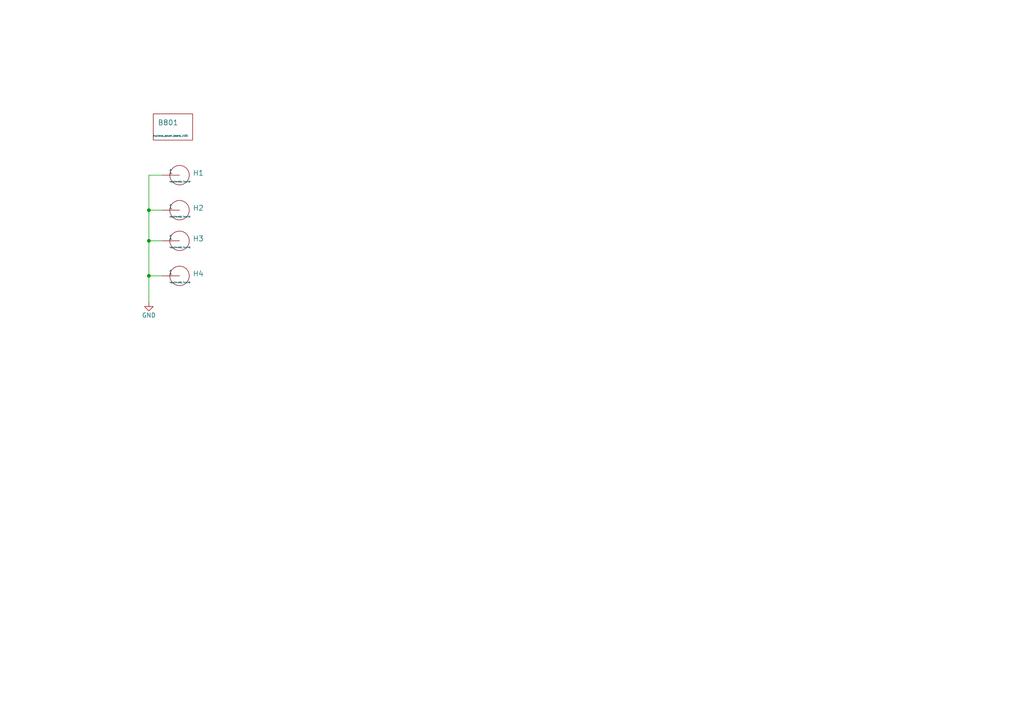
<source format=kicad_sch>
(kicad_sch (version 20211123) (generator eeschema)

  (uuid b9b5007c-7897-4b68-b49b-c8a5f7fee1da)

  (paper "A4")

  (lib_symbols
    (symbol "1005_hole:hole2mm50_7mm40" (pin_numbers hide) (pin_names (offset 0)) (in_bom yes) (on_board yes)
      (property "Reference" "H" (id 0) (at -1.016 2.54 0)
        (effects (font (size 1.5 1.5)))
      )
      (property "Value" "hole2mm50_7mm40" (id 1) (at 0.127 -1.905 0)
        (effects (font (size 0.4 0.4)))
      )
      (property "Footprint" "02_dyn_pcblib:hole2mm50_7mm40" (id 2) (at 0 11.43 0)
        (effects (font (size 1.27 1.27)) hide)
      )
      (property "Datasheet" "~" (id 3) (at 0 0 90)
        (effects (font (size 1.27 1.27)) hide)
      )
      (property "PartNum" "hole2mm50_DNP" (id 4) (at -2.032 9.017 0)
        (effects (font (size 1.27 1.27)) hide)
      )
      (property "PartDesc" "hole2mm50_DNP" (id 5) (at -2.54 13.97 0)
        (effects (font (size 1.27 1.27)) hide)
      )
      (property "ki_keywords" "hole2mm50_7mm40" (id 6) (at 0 0 0)
        (effects (font (size 1.27 1.27)) hide)
      )
      (property "ki_description" "hole2mm50_7mm40" (id 7) (at 0 0 0)
        (effects (font (size 1.27 1.27)) hide)
      )
      (property "ki_fp_filters" "R_*" (id 8) (at 0 0 0)
        (effects (font (size 1.27 1.27)) hide)
      )
      (symbol "hole2mm50_7mm40_0_1"
        (circle (center 0 0) (radius 2.8199)
          (stroke (width 0) (type default) (color 0 0 0 0))
          (fill (type none))
        )
      )
      (symbol "hole2mm50_7mm40_1_1"
        (pin passive line (at -5.08 0 0) (length 5.08)
          (name "1" (effects (font (size 1.27 1.27))))
          (number "1" (effects (font (size 1.27 1.27))))
        )
      )
    )
    (symbol "1007_board:nucleco_power_board_v101" (pin_numbers hide) (pin_names (offset 0)) (in_bom yes) (on_board yes)
      (property "Reference" "B" (id 0) (at -2.54 1.27 0)
        (effects (font (size 1.5 1.5)))
      )
      (property "Value" "nucleco_power_board_v101" (id 1) (at 0 -2.54 0)
        (effects (font (size 0.5 0.5)))
      )
      (property "Footprint" "02_dyn_pcblib:nucleco_power_board_v101" (id 2) (at 0 11.43 0)
        (effects (font (size 1.27 1.27)) hide)
      )
      (property "Datasheet" "~" (id 3) (at 0 0 90)
        (effects (font (size 1.27 1.27)) hide)
      )
      (property "PartNum" "DNP" (id 4) (at -2.032 9.017 0)
        (effects (font (size 1.27 1.27)) hide)
      )
      (property "PartDesc" "nucleco_power_board_v101" (id 5) (at -2.54 13.97 0)
        (effects (font (size 1.27 1.27)) hide)
      )
      (property "ki_keywords" "nucleco_power_board_v101" (id 6) (at 0 0 0)
        (effects (font (size 1.27 1.27)) hide)
      )
      (property "ki_description" "nucleco_power_board_v101" (id 7) (at 0 0 0)
        (effects (font (size 1.27 1.27)) hide)
      )
      (property "ki_fp_filters" "R_*" (id 8) (at 0 0 0)
        (effects (font (size 1.27 1.27)) hide)
      )
      (symbol "nucleco_power_board_v101_0_1"
        (polyline
          (pts
            (xy -5.08 3.81)
            (xy -5.08 -3.81)
            (xy 6.35 -3.81)
            (xy 6.35 3.81)
            (xy -5.08 3.81)
          )
          (stroke (width 0) (type default) (color 0 0 0 0))
          (fill (type none))
        )
      )
    )
    (symbol "power:GND" (power) (pin_names (offset 0)) (in_bom yes) (on_board yes)
      (property "Reference" "#PWR" (id 0) (at 0 -6.35 0)
        (effects (font (size 1.27 1.27)) hide)
      )
      (property "Value" "GND" (id 1) (at 0 -3.81 0)
        (effects (font (size 1.27 1.27)))
      )
      (property "Footprint" "" (id 2) (at 0 0 0)
        (effects (font (size 1.27 1.27)) hide)
      )
      (property "Datasheet" "" (id 3) (at 0 0 0)
        (effects (font (size 1.27 1.27)) hide)
      )
      (property "ki_keywords" "power-flag" (id 4) (at 0 0 0)
        (effects (font (size 1.27 1.27)) hide)
      )
      (property "ki_description" "Power symbol creates a global label with name \"GND\" , ground" (id 5) (at 0 0 0)
        (effects (font (size 1.27 1.27)) hide)
      )
      (symbol "GND_0_1"
        (polyline
          (pts
            (xy 0 0)
            (xy 0 -1.27)
            (xy 1.27 -1.27)
            (xy 0 -2.54)
            (xy -1.27 -1.27)
            (xy 0 -1.27)
          )
          (stroke (width 0) (type default) (color 0 0 0 0))
          (fill (type none))
        )
      )
      (symbol "GND_1_1"
        (pin power_in line (at 0 0 270) (length 0) hide
          (name "GND" (effects (font (size 1.27 1.27))))
          (number "1" (effects (font (size 1.27 1.27))))
        )
      )
    )
  )

  (junction (at 43.18 60.96) (diameter 0) (color 0 0 0 0)
    (uuid 1a22b3d1-0049-46e5-b5ff-0ff3c57302be)
  )
  (junction (at 43.18 69.85) (diameter 0) (color 0 0 0 0)
    (uuid 2665c7e7-eb62-44b5-ad2b-9629a74609ff)
  )
  (junction (at 43.18 80.01) (diameter 0) (color 0 0 0 0)
    (uuid cacd1a56-bfc1-43d5-b52a-babd9c80c27e)
  )

  (wire (pts (xy 43.18 69.85) (xy 46.99 69.85))
    (stroke (width 0) (type default) (color 0 0 0 0))
    (uuid 0a8b2125-e51b-47f5-9b10-a6bef54fa8a4)
  )
  (wire (pts (xy 43.18 50.8) (xy 46.99 50.8))
    (stroke (width 0) (type default) (color 0 0 0 0))
    (uuid 2aeab8ea-1ca8-435c-b8ce-0f0ec392683c)
  )
  (wire (pts (xy 43.18 87.63) (xy 43.18 80.01))
    (stroke (width 0) (type default) (color 0 0 0 0))
    (uuid 2e9e13a9-e196-4b72-bc93-fe719da0814a)
  )
  (wire (pts (xy 43.18 69.85) (xy 43.18 60.96))
    (stroke (width 0) (type default) (color 0 0 0 0))
    (uuid 417d93b4-fcf8-4bea-b412-bacd69bcff36)
  )
  (wire (pts (xy 43.18 60.96) (xy 43.18 50.8))
    (stroke (width 0) (type default) (color 0 0 0 0))
    (uuid 660b27e6-ba69-40b0-8c48-9d5f5822a49a)
  )
  (wire (pts (xy 43.18 80.01) (xy 46.99 80.01))
    (stroke (width 0) (type default) (color 0 0 0 0))
    (uuid 6eb84cf2-4297-42fc-b0d5-c650ab2ad4e7)
  )
  (wire (pts (xy 43.18 60.96) (xy 46.99 60.96))
    (stroke (width 0) (type default) (color 0 0 0 0))
    (uuid 817adf68-6b2c-4b5a-a468-bffe06331558)
  )
  (wire (pts (xy 43.18 80.01) (xy 43.18 69.85))
    (stroke (width 0) (type default) (color 0 0 0 0))
    (uuid b28525f1-7f96-47ff-9f15-37028424ded8)
  )

  (symbol (lib_id "power:GND") (at 43.18 87.63 0) (unit 1)
    (in_bom yes) (on_board yes) (fields_autoplaced)
    (uuid 1c544bf1-615c-40e7-a64a-00dc18e5ad13)
    (property "Reference" "#PWR0117" (id 0) (at 43.18 93.98 0)
      (effects (font (size 1.27 1.27)) hide)
    )
    (property "Value" "GND" (id 1) (at 43.18 91.44 0))
    (property "Footprint" "" (id 2) (at 43.18 87.63 0)
      (effects (font (size 1.27 1.27)) hide)
    )
    (property "Datasheet" "" (id 3) (at 43.18 87.63 0)
      (effects (font (size 1.27 1.27)) hide)
    )
    (pin "1" (uuid 81d5a8ff-e225-48ed-81c9-c641a97031bd))
  )

  (symbol (lib_id "1005_hole:hole2mm50_7mm40") (at 52.07 60.96 0) (unit 1)
    (in_bom yes) (on_board yes) (fields_autoplaced)
    (uuid 6280c33e-f145-4a71-8aca-5f02da699600)
    (property "Reference" "H2" (id 0) (at 55.88 60.325 0)
      (effects (font (size 1.5 1.5)) (justify left))
    )
    (property "Value" "hole2mm50_7mm40" (id 1) (at 52.197 62.865 0)
      (effects (font (size 0.4 0.4)))
    )
    (property "Footprint" "02_dyn_pcblib:hole2mm50_7mm40" (id 2) (at 52.07 49.53 0)
      (effects (font (size 1.27 1.27)) hide)
    )
    (property "Datasheet" "~" (id 3) (at 52.07 60.96 90)
      (effects (font (size 1.27 1.27)) hide)
    )
    (property "PartNum" "hole2mm50_DNP" (id 4) (at 50.038 51.943 0)
      (effects (font (size 1.27 1.27)) hide)
    )
    (property "PartDesc" "hole2mm50_DNP" (id 5) (at 49.53 46.99 0)
      (effects (font (size 1.27 1.27)) hide)
    )
    (pin "1" (uuid c35c243a-c28c-48da-8a2a-504470ca1dd3))
  )

  (symbol (lib_id "1005_hole:hole2mm50_7mm40") (at 52.07 69.85 0) (unit 1)
    (in_bom yes) (on_board yes) (fields_autoplaced)
    (uuid 9647edf6-7756-4aa4-b523-8fb7d068ce6c)
    (property "Reference" "H3" (id 0) (at 55.88 69.215 0)
      (effects (font (size 1.5 1.5)) (justify left))
    )
    (property "Value" "hole2mm50_7mm40" (id 1) (at 52.197 71.755 0)
      (effects (font (size 0.4 0.4)))
    )
    (property "Footprint" "02_dyn_pcblib:hole2mm50_7mm40" (id 2) (at 52.07 58.42 0)
      (effects (font (size 1.27 1.27)) hide)
    )
    (property "Datasheet" "~" (id 3) (at 52.07 69.85 90)
      (effects (font (size 1.27 1.27)) hide)
    )
    (property "PartNum" "hole2mm50_DNP" (id 4) (at 50.038 60.833 0)
      (effects (font (size 1.27 1.27)) hide)
    )
    (property "PartDesc" "hole2mm50_DNP" (id 5) (at 49.53 55.88 0)
      (effects (font (size 1.27 1.27)) hide)
    )
    (pin "1" (uuid 8db03d77-3132-4858-9407-214fbe545e45))
  )

  (symbol (lib_id "1007_board:nucleco_power_board_v101") (at 49.53 36.83 0) (unit 1)
    (in_bom yes) (on_board yes)
    (uuid ae5d0f24-2a0b-4597-979d-4c8cf6542eb1)
    (property "Reference" "B801" (id 0) (at 45.72 35.56 0)
      (effects (font (size 1.5 1.5)) (justify left))
    )
    (property "Value" "nucleco_power_board_v101" (id 1) (at 49.53 39.37 0)
      (effects (font (size 0.5 0.5)))
    )
    (property "Footprint" "02_dyn_pcblib:nucleco_power_board_v101" (id 2) (at 49.53 25.4 0)
      (effects (font (size 1.27 1.27)) hide)
    )
    (property "Datasheet" "~" (id 3) (at 49.53 36.83 90)
      (effects (font (size 1.27 1.27)) hide)
    )
    (property "PartNum" "DNP" (id 4) (at 47.498 27.813 0)
      (effects (font (size 1.27 1.27)) hide)
    )
    (property "PartDesc" "nucleco_power_board_v101" (id 5) (at 46.99 22.86 0)
      (effects (font (size 1.27 1.27)) hide)
    )
  )

  (symbol (lib_id "1005_hole:hole2mm50_7mm40") (at 52.07 50.8 0) (unit 1)
    (in_bom yes) (on_board yes) (fields_autoplaced)
    (uuid c177efc1-cf7e-4de9-b3e3-adcc5f48c803)
    (property "Reference" "H1" (id 0) (at 55.88 50.165 0)
      (effects (font (size 1.5 1.5)) (justify left))
    )
    (property "Value" "hole2mm50_7mm40" (id 1) (at 52.197 52.705 0)
      (effects (font (size 0.4 0.4)))
    )
    (property "Footprint" "02_dyn_pcblib:hole2mm50_7mm40" (id 2) (at 52.07 39.37 0)
      (effects (font (size 1.27 1.27)) hide)
    )
    (property "Datasheet" "~" (id 3) (at 52.07 50.8 90)
      (effects (font (size 1.27 1.27)) hide)
    )
    (property "PartNum" "hole2mm50_DNP" (id 4) (at 50.038 41.783 0)
      (effects (font (size 1.27 1.27)) hide)
    )
    (property "PartDesc" "hole2mm50_DNP" (id 5) (at 49.53 36.83 0)
      (effects (font (size 1.27 1.27)) hide)
    )
    (pin "1" (uuid 80f0996d-c771-49ab-ae7e-93f59af9f144))
  )

  (symbol (lib_id "1005_hole:hole2mm50_7mm40") (at 52.07 80.01 0) (unit 1)
    (in_bom yes) (on_board yes) (fields_autoplaced)
    (uuid d88eb2f4-5cd8-4879-9bfd-7bbc41ee4d22)
    (property "Reference" "H4" (id 0) (at 55.88 79.375 0)
      (effects (font (size 1.5 1.5)) (justify left))
    )
    (property "Value" "hole2mm50_7mm40" (id 1) (at 52.197 81.915 0)
      (effects (font (size 0.4 0.4)))
    )
    (property "Footprint" "02_dyn_pcblib:hole2mm50_7mm40" (id 2) (at 52.07 68.58 0)
      (effects (font (size 1.27 1.27)) hide)
    )
    (property "Datasheet" "~" (id 3) (at 52.07 80.01 90)
      (effects (font (size 1.27 1.27)) hide)
    )
    (property "PartNum" "hole2mm50_DNP" (id 4) (at 50.038 70.993 0)
      (effects (font (size 1.27 1.27)) hide)
    )
    (property "PartDesc" "hole2mm50_DNP" (id 5) (at 49.53 66.04 0)
      (effects (font (size 1.27 1.27)) hide)
    )
    (pin "1" (uuid 7bd28199-fb87-4d2b-b229-acb75dd929e8))
  )
)

</source>
